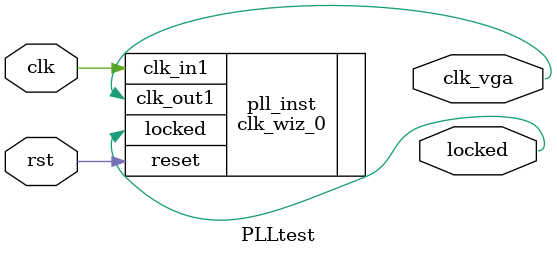
<source format=v>
`timescale 1ns / 1ps

module PLLtest(
    
    input clk,
    input rst,
    output wire clk_vga,
    output wire locked
     
    );
    
clk_wiz_0 pll_inst
(

    .clk_in1(clk),
    .clk_out1(clk_vga),
    .reset(rst),
    .locked(locked)

); 
 
endmodule
</source>
